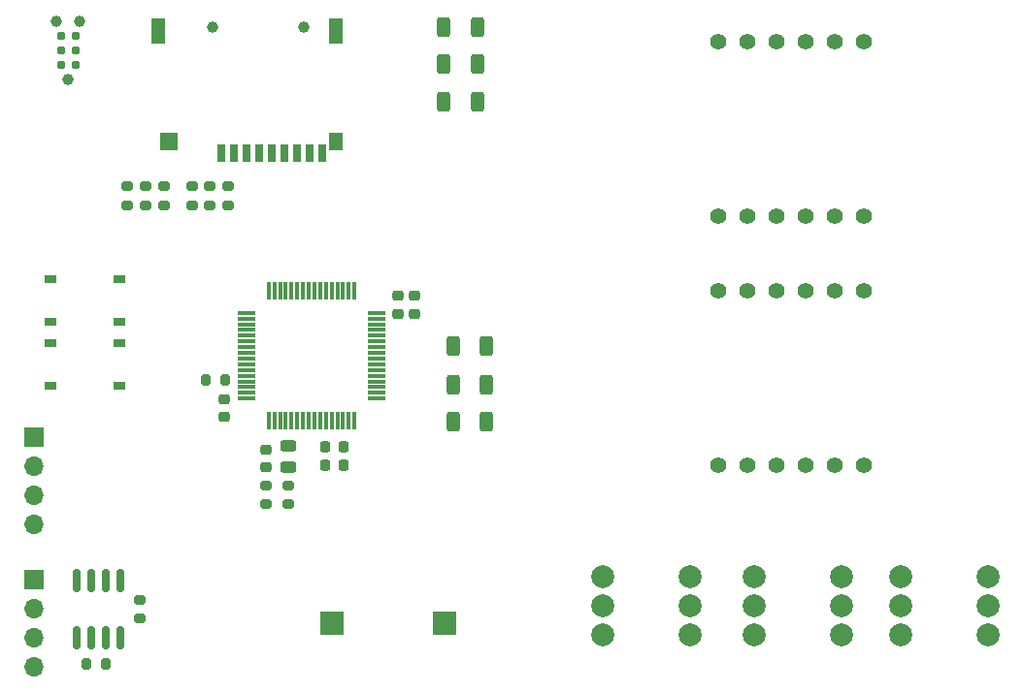
<source format=gts>
%TF.GenerationSoftware,KiCad,Pcbnew,8.0.4*%
%TF.CreationDate,2024-08-22T20:54:46+02:00*%
%TF.ProjectId,Controller,436f6e74-726f-46c6-9c65-722e6b696361,v0*%
%TF.SameCoordinates,Original*%
%TF.FileFunction,Soldermask,Top*%
%TF.FilePolarity,Negative*%
%FSLAX46Y46*%
G04 Gerber Fmt 4.6, Leading zero omitted, Abs format (unit mm)*
G04 Created by KiCad (PCBNEW 8.0.4) date 2024-08-22 20:54:46*
%MOMM*%
%LPD*%
G01*
G04 APERTURE LIST*
G04 Aperture macros list*
%AMRoundRect*
0 Rectangle with rounded corners*
0 $1 Rounding radius*
0 $2 $3 $4 $5 $6 $7 $8 $9 X,Y pos of 4 corners*
0 Add a 4 corners polygon primitive as box body*
4,1,4,$2,$3,$4,$5,$6,$7,$8,$9,$2,$3,0*
0 Add four circle primitives for the rounded corners*
1,1,$1+$1,$2,$3*
1,1,$1+$1,$4,$5*
1,1,$1+$1,$6,$7*
1,1,$1+$1,$8,$9*
0 Add four rect primitives between the rounded corners*
20,1,$1+$1,$2,$3,$4,$5,0*
20,1,$1+$1,$4,$5,$6,$7,0*
20,1,$1+$1,$6,$7,$8,$9,0*
20,1,$1+$1,$8,$9,$2,$3,0*%
G04 Aperture macros list end*
%ADD10RoundRect,0.200000X-0.200000X-0.275000X0.200000X-0.275000X0.200000X0.275000X-0.200000X0.275000X0*%
%ADD11C,2.000000*%
%ADD12C,0.990600*%
%ADD13C,0.787400*%
%ADD14RoundRect,0.200000X-0.275000X0.200000X-0.275000X-0.200000X0.275000X-0.200000X0.275000X0.200000X0*%
%ADD15RoundRect,0.243750X0.456250X-0.243750X0.456250X0.243750X-0.456250X0.243750X-0.456250X-0.243750X0*%
%ADD16R,1.000000X0.750000*%
%ADD17RoundRect,0.225000X-0.225000X-0.250000X0.225000X-0.250000X0.225000X0.250000X-0.225000X0.250000X0*%
%ADD18RoundRect,0.225000X0.250000X-0.225000X0.250000X0.225000X-0.250000X0.225000X-0.250000X-0.225000X0*%
%ADD19R,2.000000X2.000000*%
%ADD20RoundRect,0.250000X0.312500X0.625000X-0.312500X0.625000X-0.312500X-0.625000X0.312500X-0.625000X0*%
%ADD21RoundRect,0.150000X-0.150000X0.825000X-0.150000X-0.825000X0.150000X-0.825000X0.150000X0.825000X0*%
%ADD22C,1.000000*%
%ADD23R,0.700000X1.600000*%
%ADD24R,1.200000X1.500000*%
%ADD25R,1.200000X2.200000*%
%ADD26R,1.600000X1.500000*%
%ADD27C,1.400000*%
%ADD28RoundRect,0.218750X0.256250X-0.218750X0.256250X0.218750X-0.256250X0.218750X-0.256250X-0.218750X0*%
%ADD29RoundRect,0.075000X0.075000X-0.700000X0.075000X0.700000X-0.075000X0.700000X-0.075000X-0.700000X0*%
%ADD30RoundRect,0.075000X0.700000X-0.075000X0.700000X0.075000X-0.700000X0.075000X-0.700000X-0.075000X0*%
%ADD31R,1.700000X1.700000*%
%ADD32O,1.700000X1.700000*%
G04 APERTURE END LIST*
D10*
%TO.C,R1*%
X176575000Y-84800000D03*
X178225000Y-84800000D03*
%TD*%
D11*
%TO.C,U7*%
X237190000Y-101920000D03*
X237190000Y-104460000D03*
X237190000Y-107000000D03*
X244810000Y-107000000D03*
X244810000Y-104460000D03*
X244810000Y-101920000D03*
%TD*%
D12*
%TO.C,J5*%
X164565000Y-58540000D03*
X163549000Y-53460000D03*
X165581000Y-53460000D03*
D13*
X165200000Y-57270000D03*
X163930000Y-57270000D03*
X165200000Y-56000000D03*
X163930000Y-56000000D03*
X165200000Y-54730000D03*
X163930000Y-54730000D03*
%TD*%
D14*
%TO.C,R3*%
X178550000Y-67850000D03*
X178550000Y-69500000D03*
%TD*%
%TO.C,R4*%
X176950000Y-67850000D03*
X176950000Y-69500000D03*
%TD*%
%TO.C,R8*%
X175350000Y-67850000D03*
X175350000Y-69500000D03*
%TD*%
D15*
%TO.C,D1*%
X183800000Y-92400000D03*
X183800000Y-90525000D03*
%TD*%
D16*
%TO.C,SW2*%
X169000000Y-85275000D03*
X163000000Y-85275000D03*
X169000000Y-81525000D03*
X163000000Y-81525000D03*
%TD*%
D17*
%TO.C,C6*%
X187025000Y-92200000D03*
X188575000Y-92200000D03*
%TD*%
D18*
%TO.C,C4*%
X178200000Y-87975000D03*
X178200000Y-86425000D03*
%TD*%
D14*
%TO.C,R10*%
X172950000Y-67850000D03*
X172950000Y-69500000D03*
%TD*%
D18*
%TO.C,C2*%
X194800000Y-78975000D03*
X194800000Y-77425000D03*
%TD*%
D19*
%TO.C,TP2*%
X197400000Y-106000000D03*
%TD*%
D20*
%TO.C,R16*%
X200262500Y-57200000D03*
X197337500Y-57200000D03*
%TD*%
D11*
%TO.C,U6*%
X224380000Y-101920000D03*
X224380000Y-104460000D03*
X224380000Y-107000000D03*
X232000000Y-107000000D03*
X232000000Y-104460000D03*
X232000000Y-101920000D03*
%TD*%
D14*
%TO.C,R13*%
X170800000Y-103975000D03*
X170800000Y-105625000D03*
%TD*%
D20*
%TO.C,R18*%
X201062500Y-88400000D03*
X198137500Y-88400000D03*
%TD*%
%TO.C,R19*%
X201062500Y-85200000D03*
X198137500Y-85200000D03*
%TD*%
D14*
%TO.C,R9*%
X181800000Y-93975000D03*
X181800000Y-95625000D03*
%TD*%
D21*
%TO.C,U8*%
X169105000Y-102325000D03*
X167835000Y-102325000D03*
X166565000Y-102325000D03*
X165295000Y-102325000D03*
X165295000Y-107275000D03*
X166565000Y-107275000D03*
X167835000Y-107275000D03*
X169105000Y-107275000D03*
%TD*%
D14*
%TO.C,R5*%
X183800000Y-93975000D03*
X183800000Y-95625000D03*
%TD*%
D20*
%TO.C,R20*%
X201062500Y-81800000D03*
X198137500Y-81800000D03*
%TD*%
D22*
%TO.C,J2*%
X185150000Y-53925000D03*
X177150000Y-53925000D03*
D23*
X177950000Y-64925000D03*
X179050000Y-64925000D03*
X180150000Y-64925000D03*
X181250000Y-64925000D03*
X182350000Y-64925000D03*
X183450000Y-64925000D03*
X184550000Y-64925000D03*
X185650000Y-64925000D03*
X186750000Y-64925000D03*
D24*
X187950000Y-63925000D03*
D25*
X187950000Y-54325000D03*
D26*
X173350000Y-63925000D03*
D25*
X172450000Y-54325000D03*
%TD*%
D18*
%TO.C,C1*%
X193300000Y-78975000D03*
X193300000Y-77425000D03*
%TD*%
D19*
%TO.C,TP3*%
X187600000Y-106000000D03*
%TD*%
D16*
%TO.C,SW1*%
X169000000Y-79675000D03*
X163000000Y-79675000D03*
X169000000Y-75925000D03*
X163000000Y-75925000D03*
%TD*%
D14*
%TO.C,R12*%
X169750000Y-67850000D03*
X169750000Y-69500000D03*
%TD*%
D20*
%TO.C,R15*%
X200262500Y-60490000D03*
X197337500Y-60490000D03*
%TD*%
D27*
%TO.C,U4*%
X221300000Y-92240000D03*
X223840000Y-92240000D03*
X226380000Y-92240000D03*
X228920000Y-92240000D03*
X231460000Y-92240000D03*
X234000000Y-92240000D03*
X234000000Y-77000000D03*
X231460000Y-77000000D03*
X228920000Y-77000000D03*
X226380000Y-77000000D03*
X223840000Y-77000000D03*
X221300000Y-77000000D03*
%TD*%
D20*
%TO.C,R17*%
X200262500Y-53910000D03*
X197337500Y-53910000D03*
%TD*%
D17*
%TO.C,C5*%
X187025000Y-90600000D03*
X188575000Y-90600000D03*
%TD*%
D14*
%TO.C,R11*%
X171350000Y-67850000D03*
X171350000Y-69500000D03*
%TD*%
D28*
%TO.C,D2*%
X181800000Y-92400000D03*
X181800000Y-90825000D03*
%TD*%
D10*
%TO.C,R14*%
X166175000Y-109600000D03*
X167825000Y-109600000D03*
%TD*%
D27*
%TO.C,U3*%
X221300000Y-70490000D03*
X223840000Y-70490000D03*
X226380000Y-70490000D03*
X228920000Y-70490000D03*
X231460000Y-70490000D03*
X234000000Y-70490000D03*
X234000000Y-55250000D03*
X231460000Y-55250000D03*
X228920000Y-55250000D03*
X226380000Y-55250000D03*
X223840000Y-55250000D03*
X221300000Y-55250000D03*
%TD*%
D29*
%TO.C,U1*%
X182050000Y-88325000D03*
X182550000Y-88325000D03*
X183050000Y-88325000D03*
X183550000Y-88325000D03*
X184050000Y-88325000D03*
X184550000Y-88325000D03*
X185050000Y-88325000D03*
X185550000Y-88325000D03*
X186050000Y-88325000D03*
X186550000Y-88325000D03*
X187050000Y-88325000D03*
X187550000Y-88325000D03*
X188050000Y-88325000D03*
X188550000Y-88325000D03*
X189050000Y-88325000D03*
X189550000Y-88325000D03*
D30*
X191475000Y-86400000D03*
X191475000Y-85900000D03*
X191475000Y-85400000D03*
X191475000Y-84900000D03*
X191475000Y-84400000D03*
X191475000Y-83900000D03*
X191475000Y-83400000D03*
X191475000Y-82900000D03*
X191475000Y-82400000D03*
X191475000Y-81900000D03*
X191475000Y-81400000D03*
X191475000Y-80900000D03*
X191475000Y-80400000D03*
X191475000Y-79900000D03*
X191475000Y-79400000D03*
X191475000Y-78900000D03*
D29*
X189550000Y-76975000D03*
X189050000Y-76975000D03*
X188550000Y-76975000D03*
X188050000Y-76975000D03*
X187550000Y-76975000D03*
X187050000Y-76975000D03*
X186550000Y-76975000D03*
X186050000Y-76975000D03*
X185550000Y-76975000D03*
X185050000Y-76975000D03*
X184550000Y-76975000D03*
X184050000Y-76975000D03*
X183550000Y-76975000D03*
X183050000Y-76975000D03*
X182550000Y-76975000D03*
X182050000Y-76975000D03*
D30*
X180125000Y-78900000D03*
X180125000Y-79400000D03*
X180125000Y-79900000D03*
X180125000Y-80400000D03*
X180125000Y-80900000D03*
X180125000Y-81400000D03*
X180125000Y-81900000D03*
X180125000Y-82400000D03*
X180125000Y-82900000D03*
X180125000Y-83400000D03*
X180125000Y-83900000D03*
X180125000Y-84400000D03*
X180125000Y-84900000D03*
X180125000Y-85400000D03*
X180125000Y-85900000D03*
X180125000Y-86400000D03*
%TD*%
D11*
%TO.C,U5*%
X211190000Y-101920000D03*
X211190000Y-104460000D03*
X211190000Y-107000000D03*
X218810000Y-107000000D03*
X218810000Y-104460000D03*
X218810000Y-101920000D03*
%TD*%
D31*
%TO.C,J4*%
X161600000Y-89720000D03*
D32*
X161600000Y-92260000D03*
X161600000Y-94800000D03*
X161600000Y-97340000D03*
%TD*%
D31*
%TO.C,J3*%
X161600000Y-102200000D03*
D32*
X161600000Y-104740000D03*
X161600000Y-107280000D03*
X161600000Y-109820000D03*
%TD*%
M02*

</source>
